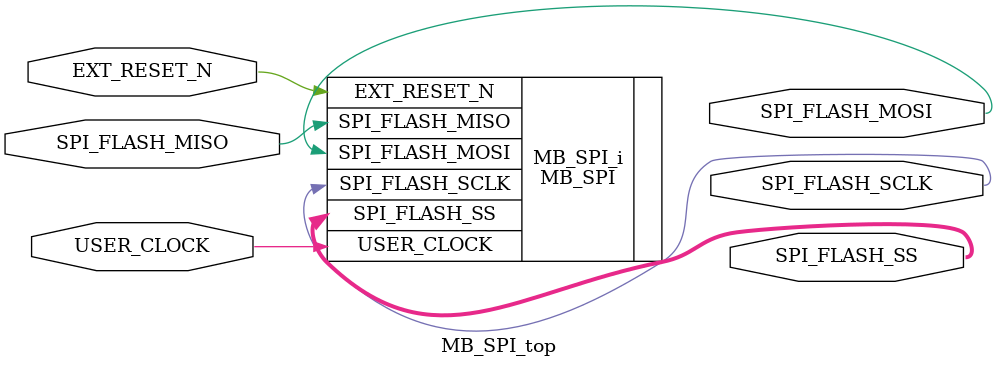
<source format=v>

module MB_SPI_top
  (
    EXT_RESET_N,
    USER_CLOCK,
    SPI_FLASH_SS,
    SPI_FLASH_MOSI,
    SPI_FLASH_SCLK,
    SPI_FLASH_MISO
  );
  input EXT_RESET_N;
  input USER_CLOCK;
  output [9:0] SPI_FLASH_SS;
  output SPI_FLASH_MOSI;
  output SPI_FLASH_SCLK;
  input SPI_FLASH_MISO;

  (* BOX_TYPE = "user_black_box" *)
  MB_SPI
    MB_SPI_i (
      .EXT_RESET_N ( EXT_RESET_N ),
      .USER_CLOCK ( USER_CLOCK ),
      .SPI_FLASH_SS ( SPI_FLASH_SS ),
      .SPI_FLASH_MOSI ( SPI_FLASH_MOSI ),
      .SPI_FLASH_SCLK ( SPI_FLASH_SCLK ),
      .SPI_FLASH_MISO ( SPI_FLASH_MISO )
    );

endmodule


</source>
